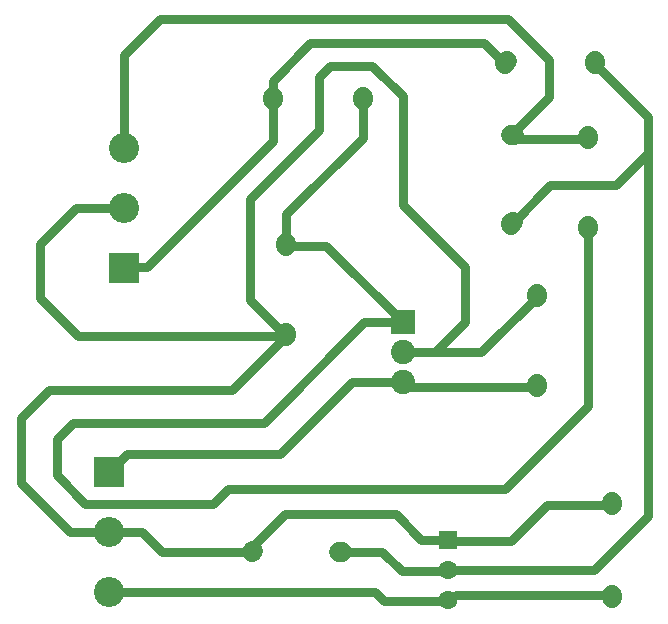
<source format=gbl>
G04*
G04 #@! TF.GenerationSoftware,Altium Limited,Altium Designer,22.4.2 (48)*
G04*
G04 Layer_Physical_Order=2*
G04 Layer_Color=16711680*
%FSLAX25Y25*%
%MOIN*%
G70*
G04*
G04 #@! TF.SameCoordinates,86ED126B-1A43-4ADE-9BAE-4DEA70944F59*
G04*
G04*
G04 #@! TF.FilePolarity,Positive*
G04*
G01*
G75*
%ADD20C,0.08071*%
%ADD21R,0.08071X0.08071*%
%ADD22C,0.04724*%
%ADD23R,0.04724X0.04724*%
%ADD24R,0.04724X0.04724*%
%ADD25C,0.02165*%
%ADD26R,0.06299X0.06299*%
%ADD27C,0.06299*%
%ADD28C,0.10039*%
%ADD29R,0.10039X0.10039*%
%ADD30C,0.03150*%
%ADD31C,0.06693*%
D20*
X139374Y105520D02*
D03*
Y115500D02*
D03*
D21*
Y125480D02*
D03*
D22*
X184000Y104000D02*
D03*
Y134000D02*
D03*
X89000Y49000D02*
D03*
X119000D02*
D03*
X201000Y186512D02*
D03*
X175500Y157988D02*
D03*
X100500Y151000D02*
D03*
Y121000D02*
D03*
X95988Y199500D02*
D03*
X203512Y211500D02*
D03*
X209000Y64500D02*
D03*
Y34500D02*
D03*
D23*
X201000Y156488D02*
D03*
X175500Y188012D02*
D03*
D24*
X126012Y199500D02*
D03*
X173488Y211500D02*
D03*
D25*
X154000Y32500D02*
X154500Y33000D01*
X155619D01*
X157119Y34500D01*
X154500Y53000D02*
X155000Y52500D01*
X154000Y42500D02*
X154500Y43000D01*
D26*
Y53000D02*
D03*
D27*
Y43000D02*
D03*
Y33000D02*
D03*
D28*
X41500Y35500D02*
D03*
Y55500D02*
D03*
X46500Y163500D02*
D03*
Y183500D02*
D03*
D29*
X41500Y75500D02*
D03*
X46500Y143500D02*
D03*
D30*
X31000Y121000D02*
X100500D01*
X18500Y133500D02*
Y151500D01*
Y133500D02*
X31000Y121000D01*
X157119Y34500D02*
X209000D01*
X187500Y64500D02*
X209000D01*
X142332Y104000D02*
X184000D01*
X175500Y157988D02*
X188605Y171093D01*
X177000Y186512D02*
X201000D01*
X175500Y188012D02*
X188000Y200512D01*
X175500Y188012D02*
X177000Y186512D01*
X166488Y218500D02*
X173488Y211500D01*
X88500Y133000D02*
X100500Y121000D01*
Y151000D02*
X113854D01*
X100500Y152000D02*
Y161500D01*
X95988Y200488D02*
Y205988D01*
X46500Y214500D02*
X58500Y226500D01*
X174500D02*
X188000Y213000D01*
X58500Y226500D02*
X174500D01*
X12000Y72000D02*
Y93500D01*
X21500Y103000D02*
X82500D01*
X12000Y93500D02*
X21500Y103000D01*
X12000Y72000D02*
X28500Y55500D01*
X150000Y115500D02*
X160000Y125500D01*
Y144000D01*
X139374Y164626D02*
X160000Y144000D01*
X139374Y164626D02*
Y200831D01*
Y115500D02*
X150000D01*
X165500D01*
X46500Y143500D02*
X47039Y144039D01*
X54039D01*
X95988Y185988D01*
X28500Y55500D02*
X41500D01*
X95988Y185988D02*
Y199500D01*
X108500Y218500D02*
X166488D01*
X95988Y205988D02*
X108500Y218500D01*
X136012Y70012D02*
X173512D01*
X201000Y97500D01*
Y156488D01*
X98500Y81500D02*
X122520Y105520D01*
X41500Y75500D02*
X47500Y81500D01*
X98500D01*
X122520Y105520D02*
X139374D01*
X140812D01*
X89377Y49377D02*
Y50877D01*
X100000Y61500D02*
X137000D01*
X89377Y50877D02*
X100000Y61500D01*
X137000D02*
X145500Y53000D01*
X126480Y125480D02*
X139374D01*
X93000Y92000D02*
X126480Y125480D01*
X29500Y92000D02*
X93000D01*
X188000Y200512D02*
Y213000D01*
X46500Y183500D02*
Y214500D01*
X18500Y151500D02*
X30500Y163500D01*
X46500D01*
X188605Y171093D02*
X210330D01*
X203512Y211500D02*
X221000Y194012D01*
Y61000D02*
Y181764D01*
Y194012D01*
X210330Y171093D02*
X221000Y181764D01*
X111500Y207217D02*
X115283Y211000D01*
X129205D02*
X139374Y200831D01*
X115283Y211000D02*
X129205D01*
X111500Y189500D02*
Y207217D01*
X203000Y43000D02*
X221000Y61000D01*
X154500Y43000D02*
X203000D01*
X113854Y151000D02*
X139374Y125480D01*
X140812Y105520D02*
X142332Y104000D01*
X165500Y115500D02*
X184000Y134000D01*
X76000Y65000D02*
X80988Y69988D01*
X135988D02*
X136012Y70012D01*
X80988Y69988D02*
X135988D01*
X33500Y65000D02*
X76000D01*
X88500Y166500D02*
X111500Y189500D01*
X126012Y187012D02*
Y199500D01*
X88500Y133000D02*
Y166500D01*
X41500Y35500D02*
X130000D01*
X133000Y32500D01*
X154000D01*
X24000Y74500D02*
X33500Y65000D01*
X24000Y86500D02*
X29500Y92000D01*
X100500Y161500D02*
X126012Y187012D01*
X24000Y74500D02*
Y86500D01*
X145500Y53000D02*
X154500D01*
X52500Y55500D02*
X59000Y49000D01*
X41500Y55500D02*
X52500D01*
X82500Y103000D02*
X100500Y121000D01*
X175500Y52500D02*
X187500Y64500D01*
X59000Y49000D02*
X89000D01*
X155000Y52500D02*
X175500D01*
X139000Y42500D02*
X154000D01*
X119000Y49000D02*
X132500D01*
X139000Y42500D01*
D31*
X89000Y49000D02*
X89377Y49377D01*
X118000Y49000D02*
X119000D01*
X209000Y33500D02*
Y34500D01*
Y64500D02*
Y65500D01*
X184000Y104000D02*
Y105000D01*
Y134000D02*
Y135000D01*
X201000Y156488D02*
Y157500D01*
X175500Y157988D02*
Y158500D01*
X176000Y159000D01*
X201000Y186512D02*
Y187500D01*
X176488Y188012D02*
X176500Y188000D01*
X175500Y188012D02*
X176488D01*
X203512Y211500D02*
Y212488D01*
X203500Y212500D02*
X203512Y212488D01*
X173488Y211500D02*
Y211988D01*
X174000Y212500D01*
X100500Y121000D02*
Y122000D01*
Y151000D02*
Y152000D01*
X126012Y199500D02*
Y200488D01*
X126000Y200500D02*
X126012Y200488D01*
X95988D02*
X96000Y200500D01*
X95988Y199500D02*
Y200488D01*
M02*

</source>
